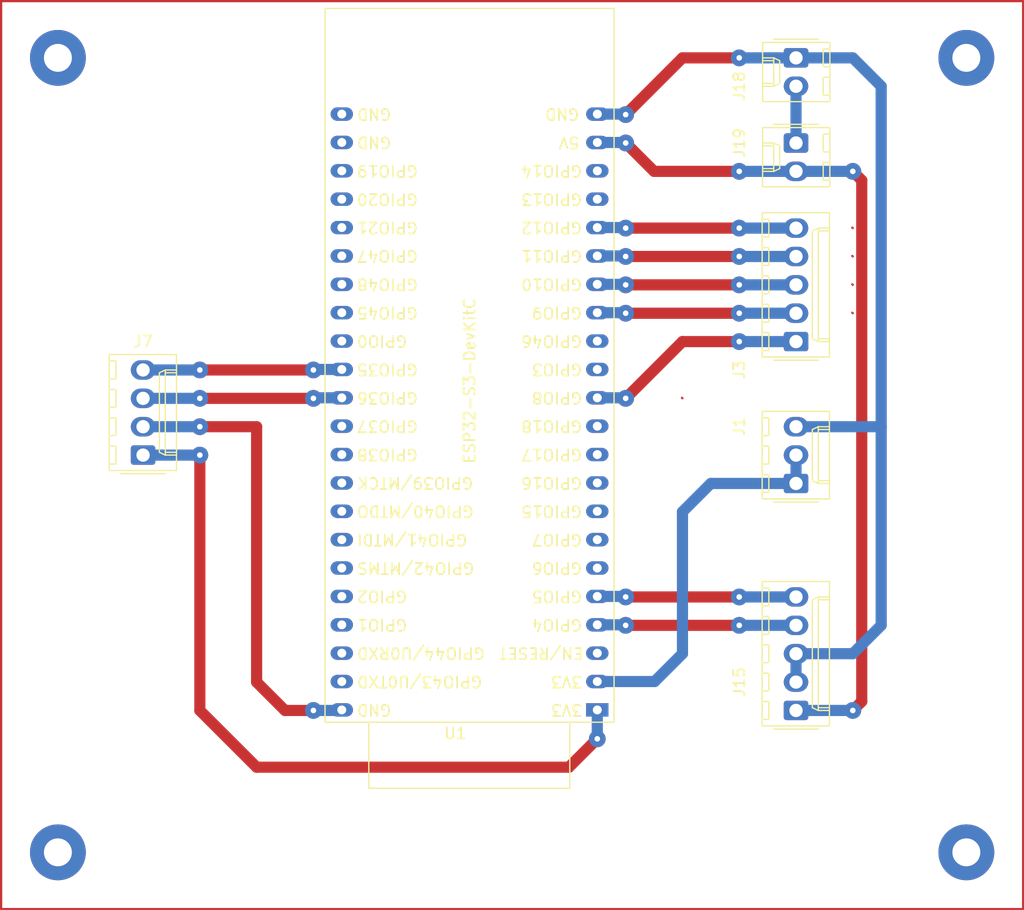
<source format=kicad_pcb>
(kicad_pcb (version 20241229) (generator "pcbnew") (generator_version "9.0")
  (title_block (title "mGaugeESP") (date "2026-02-16") (rev "1.0"))
  (layers (0 "F.Cu" signal) (2 "B.Cu" signal) (13 "F.Paste" user) (15 "B.Paste" user) (5 "F.SilkS" user "F.Silkscreen") (7 "B.SilkS" user "B.Silkscreen") (1 "F.Mask" user) (3 "B.Mask" user) (25 "Edge.Cuts" user))
  (net 0 "")
  (net 1 "+3V3")
  (net 2 "GND")
  (net 3 "Net-(J3-Pin_5)")
  (net 4 "Net-(J3-Pin_2)")
  (net 5 "Net-(J3-Pin_1)")
  (net 6 "Net-(J3-Pin_4)")
  (net 7 "Net-(J3-Pin_3)")
  (net 8 "+5V")
  (net 9 "Net-(J15-Pin_4)")
  (net 10 "Net-(J15-Pin_5)")
  (net 25 "Net-(J7-Pin_4)")
  (net 33 "Net-(J7-Pin_3)")
  (net 41 "Net-(J18-Pin_2)")
  (footprint "PCM_Espressif:ESP32-S3-DevKitC" (layer "F.Cu") (at 121.92 114.25208 180)
    (property "Reference" "U1" (at 12.7 -2.1 0) (layer "F.SilkS"))
    (property "Value" "ESP32-S3-DevKitC" (at 11.42632 29.46128 90) (layer "F.SilkS"))
    (fp_line (start 24.36 -1.1) (end -1.499999 -1.1) (stroke (width 0.12)) (layer "F.SilkS"))
    (fp_line (start 24.359999 62.79728) (end 24.36 -1.1) (stroke (width 0.12)) (layer "F.SilkS"))
    (fp_line (start 20.44332 -7.01312) (end 20.44332 -1.12032) (stroke (width 0.12)) (layer "F.SilkS"))
    (fp_line (start 2.46012 -1.12032) (end 2.46012 -7.01312) (stroke (width 0.12)) (layer "F.SilkS"))
    (fp_line (start 2.46012 -7.01312) (end 20.44332 -7.01312) (stroke (width 0.12)) (layer "F.SilkS"))
    (fp_line (start -1.499999 -1.1) (end -1.5 62.79728) (stroke (width 0.12)) (layer "F.SilkS"))
    (fp_line (start -1.5 62.79728) (end 24.359999 62.79728) (stroke (width 0.12)) (layer "F.SilkS"))
    (fp_text user "GPIO40/MTDO" (at 21.59 17.78 180) (layer "F.SilkS") (effects (justify right)))
    (fp_text user "GPIO11" (at 1.27 40.64 180) (layer "F.SilkS") (effects (justify left)))
    (fp_text user "GPIO13" (at 1.27 45.72 180) (layer "F.SilkS") (effects (justify left)))
    (fp_text user "GND" (at 1.52032 53.33728 180) (layer "F.SilkS") (effects (justify left)))
    (fp_text user "GPIO42/MTMS" (at 21.59 12.7 180) (layer "F.SilkS") (effects (justify right)))
    (fp_text user "GPIO6" (at 1.27 12.7 180) (layer "F.SilkS") (effects (justify left)))
    (fp_text user "GPIO16" (at 1.27 20.32 180) (layer "F.SilkS") (effects (justify left)))
    (fp_text user "GPIO12" (at 1.27 43.18 180) (layer "F.SilkS") (effects (justify left)))
    (fp_text user "GND" (at 21.59 0 180) (layer "F.SilkS") (effects (justify right)))
    (fp_text user "GPIO47" (at 21.59 40.64 180) (layer "F.SilkS") (effects (justify right)))
    (fp_text user "GPIO43/U0TXD" (at 21.59 2.54 180) (layer "F.SilkS") (effects (justify right)))
    (fp_text user "GPIO9" (at 1.27 35.56 180) (layer "F.SilkS") (effects (justify left)))
    (fp_text user "GPIO46" (at 1.27 33.02 180) (layer "F.SilkS") (effects (justify left)))
    (fp_text user "5V" (at 1.52032 50.79728 180) (layer "F.SilkS") (effects (justify left)))
    (fp_text user "GPIO35" (at 21.59 30.48 180) (layer "F.SilkS") (effects (justify right)))
    (fp_text user "GPIO10" (at 1.27 38.1 180) (layer "F.SilkS") (effects (justify left)))
    (fp_text user "GPIO14" (at 1.27 48.26 180) (layer "F.SilkS") (effects (justify left)))
    (fp_text user "GND" (at 21.59 53.34 180) (layer "F.SilkS") (effects (justify right)))
    (fp_text user "GPIO48" (at 21.59 38.1 180) (layer "F.SilkS") (effects (justify right)))
    (fp_text user "GPIO0" (at 21.59 33.02 180) (layer "F.SilkS") (effects (justify right)))
    (fp_text user "GPIO18" (at 1.27 25.4 180) (layer "F.SilkS") (effects (justify left)))
    (fp_text user "GPIO19" (at 21.59 48.26 180) (layer "F.SilkS") (effects (justify right)))
    (fp_text user "GPIO38" (at 21.59 22.86 180) (layer "F.SilkS") (effects (justify right)))
    (fp_text user "GPIO39/MTCK" (at 21.59 20.32 180) (layer "F.SilkS") (effects (justify right)))
    (fp_text user "GPIO36" (at 21.59 27.94 180) (layer "F.SilkS") (effects (justify right)))
    (fp_text user "GPIO41/MTDI" (at 21.59 15.24 180) (layer "F.SilkS") (effects (justify right)))
    (fp_text user "3V3" (at 1.27 2.54 180) (layer "F.SilkS") (effects (justify left)))
    (fp_text user "GPIO45" (at 21.59 35.56 180) (layer "F.SilkS") (effects (justify right)))
    (fp_text user "EN/RESET" (at 8.88632 5.07728 180) (layer "F.SilkS") (effects (justify right)))
    (fp_text user "GPIO37" (at 21.59 25.4 180) (layer "F.SilkS") (effects (justify right)))
    (fp_text user "GPIO8" (at 1.27 27.94 180) (layer "F.SilkS") (effects (justify left)))
    (fp_text user "GPIO3" (at 1.27 30.48 180) (layer "F.SilkS") (effects (justify left)))
    (fp_text user "3V3" (at 1.27 0 180) (layer "F.SilkS") (effects (justify left)))
    (fp_text user "GPIO15" (at 1.27 17.78 180) (layer "F.SilkS") (effects (justify left)))
    (fp_text user "GPIO7" (at 1.27 15.24 180) (layer "F.SilkS") (effects (justify left)))
    (fp_text user "GPIO4" (at 1.27 7.62 180) (layer "F.SilkS") (effects (justify left)))
    (fp_text user "GPIO20" (at 21.59 45.72 180) (layer "F.SilkS") (effects (justify right)))
    (fp_text user "GPIO44/U0RXD" (at 21.59 5.08 180) (layer "F.SilkS") (effects (justify right)))
    (fp_text user "GND" (at 21.59 50.8 180) (layer "F.SilkS") (effects (justify right)))
    (fp_text user "GPIO5" (at 1.27 10.16 180) (layer "F.SilkS") (effects (justify left)))
    (fp_text user "GPIO1" (at 21.59 7.62 180) (layer "F.SilkS") (effects (justify right)))
    (fp_text user "GPIO17" (at 1.27 22.86 180) (layer "F.SilkS") (effects (justify left)))
    (fp_text user "GPIO21" (at 21.59 43.18 180) (layer "F.SilkS") (effects (justify right)))
    (fp_text user "GPIO2" (at 21.59 10.16 180) (layer "F.SilkS") (effects (justify right)))
    (pad "1" thru_hole rect (at 0 0 90) (size 1.2 2) (drill 0.8) (layers "*.Cu" "*.Mask") (net 1 "+3V3"))
    (pad "2" thru_hole oval (at 0 2.54 90) (size 1.2 2) (drill 0.8) (layers "*.Cu" "*.Mask") (net 1 "+3V3"))
    (pad "3" thru_hole oval (at 0 5.08 90) (size 1.2 2) (drill 0.8) (layers "*.Cu" "*.Mask"))
    (pad "4" thru_hole oval (at 0 7.62 90) (size 1.2 2) (drill 0.8) (layers "*.Cu" "*.Mask") (net 9 "Net-(J15-Pin_4)"))
    (pad "5" thru_hole oval (at 0 10.16 90) (size 1.2 2) (drill 0.8) (layers "*.Cu" "*.Mask") (net 10 "Net-(J15-Pin_5)"))
    (pad "6" thru_hole oval (at 0 12.7 90) (size 1.2 2) (drill 0.8) (layers "*.Cu" "*.Mask"))
    (pad "7" thru_hole oval (at 0 15.24 90) (size 1.2 2) (drill 0.8) (layers "*.Cu" "*.Mask"))
    (pad "8" thru_hole oval (at 0 17.78 90) (size 1.2 2) (drill 0.8) (layers "*.Cu" "*.Mask"))
    (pad "9" thru_hole oval (at 0 20.32 90) (size 1.2 2) (drill 0.8) (layers "*.Cu" "*.Mask"))
    (pad "10" thru_hole oval (at 0 22.86 90) (size 1.2 2) (drill 0.8) (layers "*.Cu" "*.Mask"))
    (pad "11" thru_hole oval (at 0 25.4 90) (size 1.2 2) (drill 0.8) (layers "*.Cu" "*.Mask"))
    (pad "12" thru_hole oval (at 0 27.94 90) (size 1.2 2) (drill 0.8) (layers "*.Cu" "*.Mask") (net 5 "Net-(J3-Pin_1)"))
    (pad "13" thru_hole oval (at 0 30.48 90) (size 1.2 2) (drill 0.8) (layers "*.Cu" "*.Mask"))
    (pad "14" thru_hole oval (at 0 33.02 90) (size 1.2 2) (drill 0.8) (layers "*.Cu" "*.Mask"))
    (pad "15" thru_hole oval (at 0 35.56 90) (size 1.2 2) (drill 0.8) (layers "*.Cu" "*.Mask") (net 4 "Net-(J3-Pin_2)"))
    (pad "16" thru_hole oval (at 0 38.1 90) (size 1.2 2) (drill 0.8) (layers "*.Cu" "*.Mask") (net 7 "Net-(J3-Pin_3)"))
    (pad "17" thru_hole oval (at 0 40.64 90) (size 1.2 2) (drill 0.8) (layers "*.Cu" "*.Mask") (net 6 "Net-(J3-Pin_4)"))
    (pad "18" thru_hole oval (at 0 43.18 90) (size 1.2 2) (drill 0.8) (layers "*.Cu" "*.Mask") (net 3 "Net-(J3-Pin_5)"))
    (pad "19" thru_hole oval (at 0 45.72 90) (size 1.2 2) (drill 0.8) (layers "*.Cu" "*.Mask"))
    (pad "20" thru_hole oval (at -0.00368 48.25728 90) (size 1.2 2) (drill 0.8) (layers "*.Cu" "*.Mask"))
    (pad "21" thru_hole oval (at -0.00368 50.79728 90) (size 1.2 2) (drill 0.8) (layers "*.Cu" "*.Mask") (net 8 "+5V"))
    (pad "22" thru_hole oval (at -0.00368 53.33728 90) (size 1.2 2) (drill 0.8) (layers "*.Cu" "*.Mask") (net 2 "GND"))
    (pad "23" thru_hole oval (at 22.86 53.34 90) (size 1.2 2) (drill 0.8) (layers "*.Cu" "*.Mask") (net 2 "GND"))
    (pad "24" thru_hole oval (at 22.86 50.8 90) (size 1.2 2) (drill 0.8) (layers "*.Cu" "*.Mask") (net 2 "GND"))
    (pad "25" thru_hole oval (at 22.86 48.26 90) (size 1.2 2) (drill 0.8) (layers "*.Cu" "*.Mask"))
    (pad "26" thru_hole oval (at 22.86 45.72 90) (size 1.2 2) (drill 0.8) (layers "*.Cu" "*.Mask"))
    (pad "27" thru_hole oval (at 22.86 43.18 90) (size 1.2 2) (drill 0.8) (layers "*.Cu" "*.Mask"))
    (pad "28" thru_hole oval (at 22.86 40.64 90) (size 1.2 2) (drill 0.8) (layers "*.Cu" "*.Mask"))
    (pad "29" thru_hole oval (at 22.86 38.1 90) (size 1.2 2) (drill 0.8) (layers "*.Cu" "*.Mask"))
    (pad "30" thru_hole oval (at 22.86 35.56 90) (size 1.2 2) (drill 0.8) (layers "*.Cu" "*.Mask"))
    (pad "31" thru_hole oval (at 22.86 33.02 90) (size 1.2 2) (drill 0.8) (layers "*.Cu" "*.Mask"))
    (pad "32" thru_hole oval (at 22.86 30.48 90) (size 1.2 2) (drill 0.8) (layers "*.Cu" "*.Mask") (net 25 "Net-(J7-Pin_4)"))
    (pad "33" thru_hole oval (at 22.86 27.94 90) (size 1.2 2) (drill 0.8) (layers "*.Cu" "*.Mask") (net 33 "Net-(J7-Pin_3)"))
    (pad "34" thru_hole oval (at 22.86 25.4 90) (size 1.2 2) (drill 0.8) (layers "*.Cu" "*.Mask"))
    (pad "35" thru_hole oval (at 22.86 22.86 90) (size 1.2 2) (drill 0.8) (layers "*.Cu" "*.Mask"))
    (pad "36" thru_hole oval (at 22.86 20.32 90) (size 1.2 2) (drill 0.8) (layers "*.Cu" "*.Mask"))
    (pad "37" thru_hole oval (at 22.86 17.78 90) (size 1.2 2) (drill 0.8) (layers "*.Cu" "*.Mask"))
    (pad "38" thru_hole oval (at 22.86 15.24 90) (size 1.2 2) (drill 0.8) (layers "*.Cu" "*.Mask"))
    (pad "39" thru_hole oval (at 22.86 12.7 90) (size 1.2 2) (drill 0.8) (layers "*.Cu" "*.Mask"))
    (pad "40" thru_hole oval (at 22.86 10.16 90) (size 1.2 2) (drill 0.8) (layers "*.Cu" "*.Mask"))
    (pad "41" thru_hole oval (at 22.86 7.62 90) (size 1.2 2) (drill 0.8) (layers "*.Cu" "*.Mask"))
    (pad "42" thru_hole oval (at 22.86 5.08 90) (size 1.2 2) (drill 0.8) (layers "*.Cu" "*.Mask"))
    (pad "43" thru_hole oval (at 22.86 2.54 90) (size 1.2 2) (drill 0.8) (layers "*.Cu" "*.Mask"))
    (pad "44" thru_hole oval (at 22.86 0 90) (size 1.2 2) (drill 0.8) (layers "*.Cu" "*.Mask") (net 2 "GND"))
  )
  (footprint "Connector_Molex:Molex_KK-254_AE-6410-02A_1x02_P2.54mm_Vertical" (layer "F.Cu") (at 139.7 63.5 -90)
    (property "Reference" "J19" (at 0 5.08 90) (layer "F.SilkS"))
    (property "Value" "Switch")
    (fp_line (start -1.38 2.99) (end 3.92 2.99) (stroke (width 0.12)) (layer "F.SilkS"))
    (fp_line (start 0 2.99) (end 0 1.99) (stroke (width 0.12)) (layer "F.SilkS"))
    (fp_line (start 0.25 2.99) (end 0.25 1.99) (stroke (width 0.12)) (layer "F.SilkS"))
    (fp_line (start 2.29 2.99) (end 2.29 1.99) (stroke (width 0.12)) (layer "F.SilkS"))
    (fp_line (start 3.92 2.99) (end 3.92 -3.03) (stroke (width 0.12)) (layer "F.SilkS"))
    (fp_line (start 0 1.99) (end 2.54 1.99) (stroke (width 0.12)) (layer "F.SilkS"))
    (fp_line (start 0 1.99) (end 0.25 1.46) (stroke (width 0.12)) (layer "F.SilkS"))
    (fp_line (start 2.54 1.99) (end 2.54 2.99) (stroke (width 0.12)) (layer "F.SilkS"))
    (fp_line (start 0.25 1.46) (end 2.29 1.46) (stroke (width 0.12)) (layer "F.SilkS"))
    (fp_line (start 2.29 1.46) (end 2.54 1.99) (stroke (width 0.12)) (layer "F.SilkS"))
    (fp_line (start -1.67 -2) (end -1.67 2) (stroke (width 0.12)) (layer "F.SilkS"))
    (fp_line (start -0.8 -2.43) (end 0.8 -2.43) (stroke (width 0.12)) (layer "F.SilkS"))
    (fp_line (start 0.8 -2.43) (end 0.8 -3.03) (stroke (width 0.12)) (layer "F.SilkS"))
    (fp_line (start 1.74 -2.43) (end 3.34 -2.43) (stroke (width 0.12)) (layer "F.SilkS"))
    (fp_line (start 3.34 -2.43) (end 3.34 -3.03) (stroke (width 0.12)) (layer "F.SilkS"))
    (fp_line (start -1.38 -3.03) (end -1.38 2.99) (stroke (width 0.12)) (layer "F.SilkS"))
    (fp_line (start -0.8 -3.03) (end -0.8 -2.43) (stroke (width 0.12)) (layer "F.SilkS"))
    (fp_line (start 1.74 -3.03) (end 1.74 -2.43) (stroke (width 0.12)) (layer "F.SilkS"))
    (fp_line (start 3.92 -3.03) (end -1.38 -3.03) (stroke (width 0.12)) (layer "F.SilkS"))
    (pad "1" thru_hole roundrect (at 0 0 270) (size 1.74 2.19) (drill 1.19) (layers "*.Cu" "*.Mask") (roundrect_rratio 0.143678) (net 41 "Net-(J18-Pin_2)"))
    (pad "2" thru_hole oval (at 2.54 0 270) (size 1.74 2.19) (drill 1.19) (layers "*.Cu" "*.Mask") (net 8 "+5V"))
  )
  (footprint "Connector_Molex:Molex_KK-254_AE-6410-04A_1x04_P2.54mm_Vertical" (layer "F.Cu") (at 81.28 91.44 90)
    (property "Reference" "J7" (at 10.16 0 180) (layer "F.SilkS"))
    (property "Value" "INA")
    (fp_line (start 9 -3.03) (end -1.38 -3.03) (stroke (width 0.12)) (layer "F.SilkS"))
    (fp_line (start 6.82 -3.03) (end 6.82 -2.43) (stroke (width 0.12)) (layer "F.SilkS"))
    (fp_line (start 4.28 -3.03) (end 4.28 -2.43) (stroke (width 0.12)) (layer "F.SilkS"))
    (fp_line (start 1.74 -3.03) (end 1.74 -2.43) (stroke (width 0.12)) (layer "F.SilkS"))
    (fp_line (start -0.8 -3.03) (end -0.8 -2.43) (stroke (width 0.12)) (layer "F.SilkS"))
    (fp_line (start -1.38 -3.03) (end -1.38 2.99) (stroke (width 0.12)) (layer "F.SilkS"))
    (fp_line (start 8.42 -2.43) (end 8.42 -3.03) (stroke (width 0.12)) (layer "F.SilkS"))
    (fp_line (start 6.82 -2.43) (end 8.42 -2.43) (stroke (width 0.12)) (layer "F.SilkS"))
    (fp_line (start 5.88 -2.43) (end 5.88 -3.03) (stroke (width 0.12)) (layer "F.SilkS"))
    (fp_line (start 4.28 -2.43) (end 5.88 -2.43) (stroke (width 0.12)) (layer "F.SilkS"))
    (fp_line (start 3.34 -2.43) (end 3.34 -3.03) (stroke (width 0.12)) (layer "F.SilkS"))
    (fp_line (start 1.74 -2.43) (end 3.34 -2.43) (stroke (width 0.12)) (layer "F.SilkS"))
    (fp_line (start 0.8 -2.43) (end 0.8 -3.03) (stroke (width 0.12)) (layer "F.SilkS"))
    (fp_line (start -0.8 -2.43) (end 0.8 -2.43) (stroke (width 0.12)) (layer "F.SilkS"))
    (fp_line (start -1.67 -2) (end -1.67 2) (stroke (width 0.12)) (layer "F.SilkS"))
    (fp_line (start 7.37 1.46) (end 7.62 1.99) (stroke (width 0.12)) (layer "F.SilkS"))
    (fp_line (start 0.25 1.46) (end 7.37 1.46) (stroke (width 0.12)) (layer "F.SilkS"))
    (fp_line (start 7.62 1.99) (end 7.62 2.99) (stroke (width 0.12)) (layer "F.SilkS"))
    (fp_line (start 0 1.99) (end 0.25 1.46) (stroke (width 0.12)) (layer "F.SilkS"))
    (fp_line (start 0 1.99) (end 7.62 1.99) (stroke (width 0.12)) (layer "F.SilkS"))
    (fp_line (start 9 2.99) (end 9 -3.03) (stroke (width 0.12)) (layer "F.SilkS"))
    (fp_line (start 7.37 2.99) (end 7.37 1.99) (stroke (width 0.12)) (layer "F.SilkS"))
    (fp_line (start 0.25 2.99) (end 0.25 1.99) (stroke (width 0.12)) (layer "F.SilkS"))
    (fp_line (start 0 2.99) (end 0 1.99) (stroke (width 0.12)) (layer "F.SilkS"))
    (fp_line (start -1.38 2.99) (end 9 2.99) (stroke (width 0.12)) (layer "F.SilkS"))
    (pad "1" thru_hole roundrect (at 0 0 90) (size 1.74 2.19) (drill 1.19) (layers "*.Cu" "*.Mask") (roundrect_rratio 0.143678) (net 1 "+3V3"))
    (pad "2" thru_hole oval (at 2.54 0 90) (size 1.74 2.19) (drill 1.19) (layers "*.Cu" "*.Mask") (net 2 "GND"))
    (pad "3" thru_hole oval (at 5.08 0 90) (size 1.74 2.19) (drill 1.19) (layers "*.Cu" "*.Mask") (net 33 "Net-(J7-Pin_3)"))
    (pad "4" thru_hole oval (at 7.62 0 90) (size 1.74 2.19) (drill 1.19) (layers "*.Cu" "*.Mask") (net 25 "Net-(J7-Pin_4)"))
  )
  (footprint "MountingHole:MountingHole_2.5mm_Pad" (layer "F.Cu") (at 154.94 55.88)
    (property "Reference" "REF**" (hide yes))
    (property "Value" "MountingHole_2.5mm_Pad" (hide yes))
    (pad "1" thru_hole circle (at 0 0) (size 5 5) (drill 2.5) (layers "*.Cu" "*.Mask"))
  )
  (footprint "Connector_Molex:Molex_KK-254_AE-6410-05A_1x05_P2.54mm_Vertical" (layer "F.Cu") (at 139.7 81.28 90)
    (property "Reference" "J3" (at -2.54 -5.08 90) (layer "F.SilkS"))
    (property "Value" "TFT")
    (fp_line (start 11.54 -3.03) (end -1.38 -3.03) (stroke (width 0.12)) (layer "F.SilkS"))
    (fp_line (start 9.36 -3.03) (end 9.36 -2.43) (stroke (width 0.12)) (layer "F.SilkS"))
    (fp_line (start 6.82 -3.03) (end 6.82 -2.43) (stroke (width 0.12)) (layer "F.SilkS"))
    (fp_line (start 4.28 -3.03) (end 4.28 -2.43) (stroke (width 0.12)) (layer "F.SilkS"))
    (fp_line (start 1.74 -3.03) (end 1.74 -2.43) (stroke (width 0.12)) (layer "F.SilkS"))
    (fp_line (start -0.8 -3.03) (end -0.8 -2.43) (stroke (width 0.12)) (layer "F.SilkS"))
    (fp_line (start -1.38 -3.03) (end -1.38 2.99) (stroke (width 0.12)) (layer "F.SilkS"))
    (fp_line (start 10.96 -2.43) (end 10.96 -3.03) (stroke (width 0.12)) (layer "F.SilkS"))
    (fp_line (start 9.36 -2.43) (end 10.96 -2.43) (stroke (width 0.12)) (layer "F.SilkS"))
    (fp_line (start 8.42 -2.43) (end 8.42 -3.03) (stroke (width 0.12)) (layer "F.SilkS"))
    (fp_line (start 6.82 -2.43) (end 8.42 -2.43) (stroke (width 0.12)) (layer "F.SilkS"))
    (fp_line (start 5.88 -2.43) (end 5.88 -3.03) (stroke (width 0.12)) (layer "F.SilkS"))
    (fp_line (start 4.28 -2.43) (end 5.88 -2.43) (stroke (width 0.12)) (layer "F.SilkS"))
    (fp_line (start 3.34 -2.43) (end 3.34 -3.03) (stroke (width 0.12)) (layer "F.SilkS"))
    (fp_line (start 1.74 -2.43) (end 3.34 -2.43) (stroke (width 0.12)) (layer "F.SilkS"))
    (fp_line (start 0.8 -2.43) (end 0.8 -3.03) (stroke (width 0.12)) (layer "F.SilkS"))
    (fp_line (start -0.8 -2.43) (end 0.8 -2.43) (stroke (width 0.12)) (layer "F.SilkS"))
    (fp_line (start -1.67 -2) (end -1.67 2) (stroke (width 0.12)) (layer "F.SilkS"))
    (fp_line (start 9.91 1.46) (end 10.16 1.99) (stroke (width 0.12)) (layer "F.SilkS"))
    (fp_line (start 0.25 1.46) (end 9.91 1.46) (stroke (width 0.12)) (layer "F.SilkS"))
    (fp_line (start 10.16 1.99) (end 10.16 2.99) (stroke (width 0.12)) (layer "F.SilkS"))
    (fp_line (start 0 1.99) (end 0.25 1.46) (stroke (width 0.12)) (layer "F.SilkS"))
    (fp_line (start 0 1.99) (end 10.16 1.99) (stroke (width 0.12)) (layer "F.SilkS"))
    (fp_line (start 11.54 2.99) (end 11.54 -3.03) (stroke (width 0.12)) (layer "F.SilkS"))
    (fp_line (start 9.91 2.99) (end 9.91 1.99) (stroke (width 0.12)) (layer "F.SilkS"))
    (fp_line (start 0.25 2.99) (end 0.25 1.99) (stroke (width 0.12)) (layer "F.SilkS"))
    (fp_line (start 0 2.99) (end 0 1.99) (stroke (width 0.12)) (layer "F.SilkS"))
    (fp_line (start -1.38 2.99) (end 11.54 2.99) (stroke (width 0.12)) (layer "F.SilkS"))
    (pad "1" thru_hole roundrect (at 0 0 90) (size 1.74 2.19) (drill 1.19) (layers "*.Cu" "*.Mask") (roundrect_rratio 0.143678) (net 5 "Net-(J3-Pin_1)"))
    (pad "2" thru_hole oval (at 2.54 0 90) (size 1.74 2.19) (drill 1.19) (layers "*.Cu" "*.Mask") (net 4 "Net-(J3-Pin_2)"))
    (pad "3" thru_hole oval (at 5.08 0 90) (size 1.74 2.19) (drill 1.19) (layers "*.Cu" "*.Mask") (net 7 "Net-(J3-Pin_3)"))
    (pad "4" thru_hole oval (at 7.62 0 90) (size 1.74 2.19) (drill 1.19) (layers "*.Cu" "*.Mask") (net 6 "Net-(J3-Pin_4)"))
    (pad "5" thru_hole oval (at 10.16 0 90) (size 1.74 2.19) (drill 1.19) (layers "*.Cu" "*.Mask") (net 3 "Net-(J3-Pin_5)"))
  )
  (footprint "Connector_Molex:Molex_KK-254_AE-6410-03A_1x03_P2.54mm_Vertical" (layer "F.Cu") (at 139.7 93.98 90)
    (property "Reference" "J1" (at 5.08 -5.08 90) (layer "F.SilkS"))
    (property "Value" "TFT_Power")
    (fp_line (start 6.46 -3.03) (end -1.38 -3.03) (stroke (width 0.12)) (layer "F.SilkS"))
    (fp_line (start 4.28 -3.03) (end 4.28 -2.43) (stroke (width 0.12)) (layer "F.SilkS"))
    (fp_line (start 1.74 -3.03) (end 1.74 -2.43) (stroke (width 0.12)) (layer "F.SilkS"))
    (fp_line (start -0.8 -3.03) (end -0.8 -2.43) (stroke (width 0.12)) (layer "F.SilkS"))
    (fp_line (start -1.38 -3.03) (end -1.38 2.99) (stroke (width 0.12)) (layer "F.SilkS"))
    (fp_line (start 5.88 -2.43) (end 5.88 -3.03) (stroke (width 0.12)) (layer "F.SilkS"))
    (fp_line (start 4.28 -2.43) (end 5.88 -2.43) (stroke (width 0.12)) (layer "F.SilkS"))
    (fp_line (start 3.34 -2.43) (end 3.34 -3.03) (stroke (width 0.12)) (layer "F.SilkS"))
    (fp_line (start 1.74 -2.43) (end 3.34 -2.43) (stroke (width 0.12)) (layer "F.SilkS"))
    (fp_line (start 0.8 -2.43) (end 0.8 -3.03) (stroke (width 0.12)) (layer "F.SilkS"))
    (fp_line (start -0.8 -2.43) (end 0.8 -2.43) (stroke (width 0.12)) (layer "F.SilkS"))
    (fp_line (start -1.67 -2) (end -1.67 2) (stroke (width 0.12)) (layer "F.SilkS"))
    (fp_line (start 4.83 1.46) (end 5.08 1.99) (stroke (width 0.12)) (layer "F.SilkS"))
    (fp_line (start 0.25 1.46) (end 4.83 1.46) (stroke (width 0.12)) (layer "F.SilkS"))
    (fp_line (start 5.08 1.99) (end 5.08 2.99) (stroke (width 0.12)) (layer "F.SilkS"))
    (fp_line (start 0 1.99) (end 0.25 1.46) (stroke (width 0.12)) (layer "F.SilkS"))
    (fp_line (start 0 1.99) (end 5.08 1.99) (stroke (width 0.12)) (layer "F.SilkS"))
    (fp_line (start 6.46 2.99) (end 6.46 -3.03) (stroke (width 0.12)) (layer "F.SilkS"))
    (fp_line (start 4.83 2.99) (end 4.83 1.99) (stroke (width 0.12)) (layer "F.SilkS"))
    (fp_line (start 0.25 2.99) (end 0.25 1.99) (stroke (width 0.12)) (layer "F.SilkS"))
    (fp_line (start 0 2.99) (end 0 1.99) (stroke (width 0.12)) (layer "F.SilkS"))
    (fp_line (start -1.38 2.99) (end 6.46 2.99) (stroke (width 0.12)) (layer "F.SilkS"))
    (pad "1" thru_hole roundrect (at 0 0 90) (size 1.74 2.19) (drill 1.19) (layers "*.Cu" "*.Mask") (roundrect_rratio 0.143678) (net 1 "+3V3"))
    (pad "2" thru_hole oval (at 2.54 0 90) (size 1.74 2.19) (drill 1.19) (layers "*.Cu" "*.Mask") (net 1 "+3V3"))
    (pad "3" thru_hole oval (at 5.08 0 90) (size 1.74 2.19) (drill 1.19) (layers "*.Cu" "*.Mask") (net 2 "GND"))
  )
  (footprint "Connector_Molex:Molex_KK-254_AE-6410-02A_1x02_P2.54mm_Vertical" (layer "F.Cu") (at 139.7 55.88 -90)
    (property "Reference" "J18" (at 2.54 5.08 90) (layer "F.SilkS"))
    (property "Value" "USB")
    (fp_line (start -1.38 2.99) (end 3.92 2.99) (stroke (width 0.12)) (layer "F.SilkS"))
    (fp_line (start 0 2.99) (end 0 1.99) (stroke (width 0.12)) (layer "F.SilkS"))
    (fp_line (start 0.25 2.99) (end 0.25 1.99) (stroke (width 0.12)) (layer "F.SilkS"))
    (fp_line (start 2.29 2.99) (end 2.29 1.99) (stroke (width 0.12)) (layer "F.SilkS"))
    (fp_line (start 3.92 2.99) (end 3.92 -3.03) (stroke (width 0.12)) (layer "F.SilkS"))
    (fp_line (start 0 1.99) (end 2.54 1.99) (stroke (width 0.12)) (layer "F.SilkS"))
    (fp_line (start 0 1.99) (end 0.25 1.46) (stroke (width 0.12)) (layer "F.SilkS"))
    (fp_line (start 2.54 1.99) (end 2.54 2.99) (stroke (width 0.12)) (layer "F.SilkS"))
    (fp_line (start 0.25 1.46) (end 2.29 1.46) (stroke (width 0.12)) (layer "F.SilkS"))
    (fp_line (start 2.29 1.46) (end 2.54 1.99) (stroke (width 0.12)) (layer "F.SilkS"))
    (fp_line (start -1.67 -2) (end -1.67 2) (stroke (width 0.12)) (layer "F.SilkS"))
    (fp_line (start -0.8 -2.43) (end 0.8 -2.43) (stroke (width 0.12)) (layer "F.SilkS"))
    (fp_line (start 0.8 -2.43) (end 0.8 -3.03) (stroke (width 0.12)) (layer "F.SilkS"))
    (fp_line (start 1.74 -2.43) (end 3.34 -2.43) (stroke (width 0.12)) (layer "F.SilkS"))
    (fp_line (start 3.34 -2.43) (end 3.34 -3.03) (stroke (width 0.12)) (layer "F.SilkS"))
    (fp_line (start -1.38 -3.03) (end -1.38 2.99) (stroke (width 0.12)) (layer "F.SilkS"))
    (fp_line (start -0.8 -3.03) (end -0.8 -2.43) (stroke (width 0.12)) (layer "F.SilkS"))
    (fp_line (start 1.74 -3.03) (end 1.74 -2.43) (stroke (width 0.12)) (layer "F.SilkS"))
    (fp_line (start 3.92 -3.03) (end -1.38 -3.03) (stroke (width 0.12)) (layer "F.SilkS"))
    (pad "1" thru_hole roundrect (at 0 0 270) (size 1.74 2.19) (drill 1.19) (layers "*.Cu" "*.Mask") (roundrect_rratio 0.143678) (net 2 "GND"))
    (pad "2" thru_hole oval (at 2.54 0 270) (size 1.74 2.19) (drill 1.19) (layers "*.Cu" "*.Mask") (net 41 "Net-(J18-Pin_2)"))
  )
  (footprint "Connector_Molex:Molex_KK-254_AE-6410-05A_1x05_P2.54mm_Vertical" (layer "F.Cu") (at 139.7 114.3 90)
    (property "Reference" "J15" (at 2.54 -5.08 90) (layer "F.SilkS"))
    (property "Value" "fz35")
    (fp_line (start 11.54 -3.03) (end -1.38 -3.03) (stroke (width 0.12)) (layer "F.SilkS"))
    (fp_line (start 9.36 -3.03) (end 9.36 -2.43) (stroke (width 0.12)) (layer "F.SilkS"))
    (fp_line (start 6.82 -3.03) (end 6.82 -2.43) (stroke (width 0.12)) (layer "F.SilkS"))
    (fp_line (start 4.28 -3.03) (end 4.28 -2.43) (stroke (width 0.12)) (layer "F.SilkS"))
    (fp_line (start 1.74 -3.03) (end 1.74 -2.43) (stroke (width 0.12)) (layer "F.SilkS"))
    (fp_line (start -0.8 -3.03) (end -0.8 -2.43) (stroke (width 0.12)) (layer "F.SilkS"))
    (fp_line (start -1.38 -3.03) (end -1.38 2.99) (stroke (width 0.12)) (layer "F.SilkS"))
    (fp_line (start 10.96 -2.43) (end 10.96 -3.03) (stroke (width 0.12)) (layer "F.SilkS"))
    (fp_line (start 9.36 -2.43) (end 10.96 -2.43) (stroke (width 0.12)) (layer "F.SilkS"))
    (fp_line (start 8.42 -2.43) (end 8.42 -3.03) (stroke (width 0.12)) (layer "F.SilkS"))
    (fp_line (start 6.82 -2.43) (end 8.42 -2.43) (stroke (width 0.12)) (layer "F.SilkS"))
    (fp_line (start 5.88 -2.43) (end 5.88 -3.03) (stroke (width 0.12)) (layer "F.SilkS"))
    (fp_line (start 4.28 -2.43) (end 5.88 -2.43) (stroke (width 0.12)) (layer "F.SilkS"))
    (fp_line (start 3.34 -2.43) (end 3.34 -3.03) (stroke (width 0.12)) (layer "F.SilkS"))
    (fp_line (start 1.74 -2.43) (end 3.34 -2.43) (stroke (width 0.12)) (layer "F.SilkS"))
    (fp_line (start 0.8 -2.43) (end 0.8 -3.03) (stroke (width 0.12)) (layer "F.SilkS"))
    (fp_line (start -0.8 -2.43) (end 0.8 -2.43) (stroke (width 0.12)) (layer "F.SilkS"))
    (fp_line (start -1.67 -2) (end -1.67 2) (stroke (width 0.12)) (layer "F.SilkS"))
    (fp_line (start 9.91 1.46) (end 10.16 1.99) (stroke (width 0.12)) (layer "F.SilkS"))
    (fp_line (start 0.25 1.46) (end 9.91 1.46) (stroke (width 0.12)) (layer "F.SilkS"))
    (fp_line (start 10.16 1.99) (end 10.16 2.99) (stroke (width 0.12)) (layer "F.SilkS"))
    (fp_line (start 0 1.99) (end 0.25 1.46) (stroke (width 0.12)) (layer "F.SilkS"))
    (fp_line (start 0 1.99) (end 10.16 1.99) (stroke (width 0.12)) (layer "F.SilkS"))
    (fp_line (start 11.54 2.99) (end 11.54 -3.03) (stroke (width 0.12)) (layer "F.SilkS"))
    (fp_line (start 9.91 2.99) (end 9.91 1.99) (stroke (width 0.12)) (layer "F.SilkS"))
    (fp_line (start 0.25 2.99) (end 0.25 1.99) (stroke (width 0.12)) (layer "F.SilkS"))
    (fp_line (start 0 2.99) (end 0 1.99) (stroke (width 0.12)) (layer "F.SilkS"))
    (fp_line (start -1.38 2.99) (end 11.54 2.99) (stroke (width 0.12)) (layer "F.SilkS"))
    (pad "1" thru_hole roundrect (at 0 0 90) (size 1.74 2.19) (drill 1.19) (layers "*.Cu" "*.Mask") (roundrect_rratio 0.143678) (net 8 "+5V"))
    (pad "2" thru_hole oval (at 2.54 0 90) (size 1.74 2.19) (drill 1.19) (layers "*.Cu" "*.Mask") (net 2 "GND"))
    (pad "3" thru_hole oval (at 5.08 0 90) (size 1.74 2.19) (drill 1.19) (layers "*.Cu" "*.Mask") (net 2 "GND"))
    (pad "4" thru_hole oval (at 7.62 0 90) (size 1.74 2.19) (drill 1.19) (layers "*.Cu" "*.Mask") (net 9 "Net-(J15-Pin_4)"))
    (pad "5" thru_hole oval (at 10.16 0 90) (size 1.74 2.19) (drill 1.19) (layers "*.Cu" "*.Mask") (net 10 "Net-(J15-Pin_5)"))
  )
  (footprint "MountingHole:MountingHole_2.5mm_Pad" (layer "F.Cu") (at 154.94 127)
    (property "Reference" "REF**" (hide yes))
    (property "Value" "MountingHole_2.5mm_Pad" (hide yes))
    (pad "1" thru_hole circle (at 0 0) (size 5 5) (drill 2.5) (layers "*.Cu" "*.Mask"))
  )
  (footprint "MountingHole:MountingHole_2.5mm_Pad" (layer "F.Cu") (at 73.66 55.88)
    (property "Reference" "REF**" (hide yes))
    (property "Value" "MountingHole_2.5mm_Pad" (hide yes))
    (pad "1" thru_hole circle (at 0 0) (size 5 5) (drill 2.5) (layers "*.Cu" "*.Mask"))
  )
  (footprint "MountingHole:MountingHole_2.5mm_Pad" (layer "F.Cu") (at 73.66 127)
    (property "Reference" "REF**" (hide yes))
    (property "Value" "MountingHole_2.5mm_Pad" (hide yes))
    (pad "1" thru_hole circle (at 0 0) (size 5 5) (drill 2.5) (layers "*.Cu" "*.Mask"))
  )
  (gr_rect (start 68.58 50.8) (end 160.02 132.08) (stroke (width 0.2)) (fill no) (layer "F.Cu"))
  (segment (start 86.36 114.3) (end 91.44 119.38) (width 1) (layer "F.Cu") (net 1))
  (segment (start 91.44 119.38) (end 119.38 119.38) (width 1) (layer "F.Cu") (net 1))
  (segment (start 119.38 119.38) (end 121.92 116.84) (width 1) (layer "F.Cu") (net 1))
  (segment (start 86.36 91.44) (end 86.36 114.3) (width 1) (layer "F.Cu") (net 1))
  (via (at 86.36 91.44) (size 1.5) (drill 0.5) (layers "F.Cu" "B.Cu") (net 1))
  (via (at 121.92 116.84) (size 1.5) (drill 0.5) (layers "F.Cu" "B.Cu") (net 1))
  (segment (start 129.54 96.52) (end 132.08 93.98) (width 1) (layer "B.Cu") (net 1))
  (segment (start 132.08 93.98) (end 139.7 93.98) (width 1) (layer "B.Cu") (net 1))
  (segment (start 129.54 109.22) (end 129.54 96.52) (width 1) (layer "B.Cu") (net 1))
  (segment (start 81.28 91.44) (end 86.36 91.44) (width 1) (layer "B.Cu") (net 1))
  (segment (start 127.04792 111.71208) (end 129.54 109.22) (width 1) (layer "B.Cu") (net 1))
  (segment (start 139.7 93.98) (end 139.7 91.44) (width 1) (layer "B.Cu") (net 1))
  (segment (start 121.92 114.25208) (end 121.92 116.84) (width 1) (layer "B.Cu") (net 1))
  (segment (start 121.92 111.71208) (end 127.04792 111.71208) (width 1) (layer "B.Cu") (net 1))
  (segment (start 93.98 114.3) (end 96.52 114.3) (width 1) (layer "F.Cu") (net 2))
  (segment (start 124.46 60.96) (end 129.54 55.88) (width 1) (layer "F.Cu") (net 2))
  (segment (start 91.44 111.76) (end 93.98 114.3) (width 1) (layer "F.Cu") (net 2))
  (segment (start 86.36 88.9) (end 91.44 88.9) (width 1) (layer "F.Cu") (net 2))
  (segment (start 129.54 55.88) (end 134.62 55.88) (width 1) (layer "F.Cu") (net 2))
  (segment (start 91.44 88.9) (end 91.44 111.76) (width 1) (layer "F.Cu") (net 2))
  (via (at 86.36 88.9) (size 1.5) (drill 0.5) (layers "F.Cu" "B.Cu") (net 2))
  (via (at 124.46 60.96) (size 1.5) (drill 0.5) (layers "F.Cu" "B.Cu") (net 2))
  (via (at 96.52 114.3) (size 1.5) (drill 0.5) (layers "F.Cu" "B.Cu") (net 2))
  (via (at 134.62 55.88) (size 1.5) (drill 0.5) (layers "F.Cu" "B.Cu") (net 2))
  (segment (start 147.32 58.42) (end 147.32 88.9) (width 1) (layer "B.Cu") (net 2))
  (segment (start 124.4148 60.9148) (end 124.46 60.96) (width 1) (layer "B.Cu") (net 2))
  (segment (start 139.7 55.88) (end 144.78 55.88) (width 1) (layer "B.Cu") (net 2))
  (segment (start 147.32 88.9) (end 147.32 106.68) (width 1) (layer "B.Cu") (net 2))
  (segment (start 147.32 106.68) (end 144.78 109.22) (width 1) (layer "B.Cu") (net 2))
  (segment (start 139.7 88.9) (end 147.32 88.9) (width 1) (layer "B.Cu") (net 2))
  (segment (start 144.78 109.22) (end 139.7 109.22) (width 1) (layer "B.Cu") (net 2))
  (segment (start 99.01208 114.3) (end 99.06 114.25208) (width 1) (layer "B.Cu") (net 2))
  (segment (start 96.52 114.3) (end 99.01208 114.3) (width 1) (layer "B.Cu") (net 2))
  (segment (start 139.7 109.22) (end 139.7 111.76) (width 1) (layer "B.Cu") (net 2))
  (segment (start 121.92368 60.9148) (end 124.4148 60.9148) (width 1) (layer "B.Cu") (net 2))
  (segment (start 81.28 88.9) (end 86.36 88.9) (width 1) (layer "B.Cu") (net 2))
  (segment (start 134.62 55.88) (end 139.7 55.88) (width 1) (layer "B.Cu") (net 2))
  (segment (start 144.78 55.88) (end 147.32 58.42) (width 1) (layer "B.Cu") (net 2))
  (segment (start 124.46 71.12) (end 134.62 71.12) (width 1) (layer "F.Cu") (net 3))
  (segment (start 144.73208 71.07208) (end 144.78 71.12) (width 0.2) (layer "F.Cu") (net 3))
  (via (at 124.46 71.12) (size 1.5) (drill 0.5) (layers "F.Cu" "B.Cu") (net 3))
  (via (at 134.62 71.12) (size 1.5) (drill 0.5) (layers "F.Cu" "B.Cu") (net 3))
  (segment (start 124.41208 71.07208) (end 124.46 71.12) (width 1) (layer "B.Cu") (net 3))
  (segment (start 121.92 71.07208) (end 124.41208 71.07208) (width 1) (layer "B.Cu") (net 3))
  (segment (start 134.62 71.12) (end 139.7 71.12) (width 1) (layer "B.Cu") (net 3))
  (segment (start 124.46 78.74) (end 134.62 78.74) (width 1) (layer "F.Cu") (net 4))
  (segment (start 144.73208 78.69208) (end 144.78 78.74) (width 0.2) (layer "F.Cu") (net 4))
  (via (at 124.46 78.74) (size 1.5) (drill 0.5) (layers "F.Cu" "B.Cu") (net 4))
  (via (at 134.62 78.74) (size 1.5) (drill 0.5) (layers "F.Cu" "B.Cu") (net 4))
  (segment (start 124.41208 78.69208) (end 124.46 78.74) (width 1) (layer "B.Cu") (net 4))
  (segment (start 134.62 78.74) (end 139.7 78.74) (width 1) (layer "B.Cu") (net 4))
  (segment (start 121.92 78.69208) (end 124.41208 78.69208) (width 1) (layer "B.Cu") (net 4))
  (segment (start 129.54 81.28) (end 134.62 81.28) (width 1) (layer "F.Cu") (net 5))
  (segment (start 124.46 86.36) (end 129.54 81.28) (width 1) (layer "F.Cu") (net 5))
  (segment (start 129.54 86.36) (end 129.49208 86.31208) (width 0.2) (layer "F.Cu") (net 5))
  (via (at 124.46 86.36) (size 1.5) (drill 0.5) (layers "F.Cu" "B.Cu") (net 5))
  (via (at 134.62 81.28) (size 1.5) (drill 0.5) (layers "F.Cu" "B.Cu") (net 5))
  (segment (start 124.41208 86.31208) (end 124.46 86.36) (width 1) (layer "B.Cu") (net 5))
  (segment (start 134.62 81.28) (end 139.7 81.28) (width 1) (layer "B.Cu") (net 5))
  (segment (start 121.92 86.31208) (end 124.41208 86.31208) (width 1) (layer "B.Cu") (net 5))
  (segment (start 144.73208 73.61208) (end 144.78 73.66) (width 0.2) (layer "F.Cu") (net 6))
  (segment (start 124.46 73.66) (end 134.62 73.66) (width 1) (layer "F.Cu") (net 6))
  (via (at 134.62 73.66) (size 1.5) (drill 0.5) (layers "F.Cu" "B.Cu") (net 6))
  (via (at 124.46 73.66) (size 1.5) (drill 0.5) (layers "F.Cu" "B.Cu") (net 6))
  (segment (start 124.41208 73.61208) (end 124.46 73.66) (width 1) (layer "B.Cu") (net 6))
  (segment (start 134.62 73.66) (end 139.7 73.66) (width 1) (layer "B.Cu") (net 6))
  (segment (start 121.92 73.61208) (end 124.41208 73.61208) (width 1) (layer "B.Cu") (net 6))
  (segment (start 144.73208 76.15208) (end 144.78 76.2) (width 0.2) (layer "F.Cu") (net 7))
  (segment (start 124.46 76.2) (end 134.62 76.2) (width 1) (layer "F.Cu") (net 7))
  (via (at 124.46 76.2) (size 1.5) (drill 0.5) (layers "F.Cu" "B.Cu") (net 7))
  (via (at 134.62 76.2) (size 1.5) (drill 0.5) (layers "F.Cu" "B.Cu") (net 7))
  (segment (start 121.92 76.15208) (end 124.41208 76.15208) (width 1) (layer "B.Cu") (net 7))
  (segment (start 134.62 76.2) (end 139.7 76.2) (width 1) (layer "B.Cu") (net 7))
  (segment (start 124.41208 76.15208) (end 124.46 76.2) (width 1) (layer "B.Cu") (net 7))
  (segment (start 145.581 66.841) (end 145.581 113.499) (width 1) (layer "F.Cu") (net 8))
  (segment (start 124.46 63.5) (end 127 66.04) (width 1) (layer "F.Cu") (net 8))
  (segment (start 144.78 66.04) (end 145.581 66.841) (width 1) (layer "F.Cu") (net 8))
  (segment (start 127 66.04) (end 134.62 66.04) (width 1) (layer "F.Cu") (net 8))
  (segment (start 145.581 113.499) (end 144.78 114.3) (width 1) (layer "F.Cu") (net 8))
  (via (at 134.62 66.04) (size 1.5) (drill 0.5) (layers "F.Cu" "B.Cu") (net 8))
  (via (at 124.46 63.5) (size 1.5) (drill 0.5) (layers "F.Cu" "B.Cu") (net 8))
  (via (at 144.78 66.04) (size 1.5) (drill 0.5) (layers "F.Cu" "B.Cu") (net 8))
  (via (at 144.78 114.3) (size 1.5) (drill 0.5) (layers "F.Cu" "B.Cu") (net 8))
  (segment (start 134.62 66.04) (end 139.7 66.04) (width 1) (layer "B.Cu") (net 8))
  (segment (start 121.92368 63.4548) (end 124.4148 63.4548) (width 1) (layer "B.Cu") (net 8))
  (segment (start 124.4148 63.4548) (end 124.46 63.5) (width 1) (layer "B.Cu") (net 8))
  (segment (start 144.78 114.3) (end 139.7 114.3) (width 1) (layer "B.Cu") (net 8))
  (segment (start 139.7 66.04) (end 144.78 66.04) (width 1) (layer "B.Cu") (net 8))
  (segment (start 124.46 106.68) (end 134.62 106.68) (width 1) (layer "F.Cu") (net 9))
  (via (at 124.46 106.68) (size 1.5) (drill 0.5) (layers "F.Cu" "B.Cu") (net 9))
  (via (at 134.62 106.68) (size 1.5) (drill 0.5) (layers "F.Cu" "B.Cu") (net 9))
  (segment (start 121.92 106.63208) (end 124.41208 106.63208) (width 1) (layer "B.Cu") (net 9))
  (segment (start 134.62 106.68) (end 139.7 106.68) (width 1) (layer "B.Cu") (net 9))
  (segment (start 124.41208 106.63208) (end 124.46 106.68) (width 1) (layer "B.Cu") (net 9))
  (segment (start 124.46 104.14) (end 134.62 104.14) (width 1) (layer "F.Cu") (net 10))
  (via (at 134.62 104.14) (size 1.5) (drill 0.5) (layers "F.Cu" "B.Cu") (net 10))
  (via (at 124.46 104.14) (size 1.5) (drill 0.5) (layers "F.Cu" "B.Cu") (net 10))
  (segment (start 134.62 104.14) (end 139.7 104.14) (width 1) (layer "B.Cu") (net 10))
  (segment (start 121.92 104.09208) (end 124.41208 104.09208) (width 1) (layer "B.Cu") (net 10))
  (segment (start 124.41208 104.09208) (end 124.46 104.14) (width 1) (layer "B.Cu") (net 10))
  (segment (start 96.52 83.82) (end 86.36 83.82) (width 1) (layer "F.Cu") (net 25))
  (via (at 96.52 83.82) (size 1.5) (drill 0.5) (layers "F.Cu" "B.Cu") (net 25))
  (via (at 86.36 83.82) (size 1.5) (drill 0.5) (layers "F.Cu" "B.Cu") (net 25))
  (segment (start 86.36 83.82) (end 81.28 83.82) (width 1) (layer "B.Cu") (net 25))
  (segment (start 99.06 83.77208) (end 96.56792 83.77208) (width 1) (layer "B.Cu") (net 25))
  (segment (start 96.56792 83.77208) (end 96.52 83.82) (width 1) (layer "B.Cu") (net 25))
  (segment (start 96.52 86.36) (end 86.36 86.36) (width 1) (layer "F.Cu") (net 33))
  (via (at 96.52 86.36) (size 1.5) (drill 0.5) (layers "F.Cu" "B.Cu") (net 33))
  (via (at 86.36 86.36) (size 1.5) (drill 0.5) (layers "F.Cu" "B.Cu") (net 33))
  (segment (start 86.36 86.36) (end 81.28 86.36) (width 1) (layer "B.Cu") (net 33))
  (segment (start 99.06 86.31208) (end 96.56792 86.31208) (width 1) (layer "B.Cu") (net 33))
  (segment (start 96.56792 86.31208) (end 96.52 86.36) (width 1) (layer "B.Cu") (net 33))
  (segment (start 139.7 63.5) (end 139.7 58.42) (width 1) (layer "B.Cu") (net 41))
)
</source>
